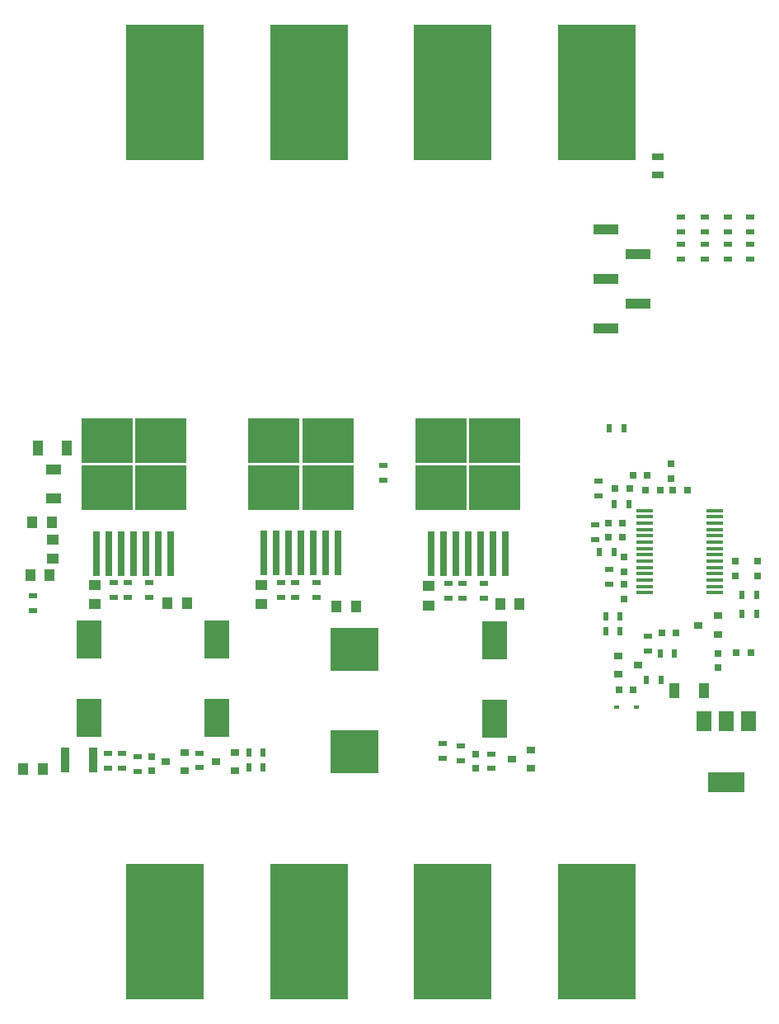
<source format=gbr>
G04 #@! TF.FileFunction,Paste,Top*
%FSLAX46Y46*%
G04 Gerber Fmt 4.6, Leading zero omitted, Abs format (unit mm)*
G04 Created by KiCad (PCBNEW 4.0.6) date 10/08/18 09:04:05*
%MOMM*%
%LPD*%
G01*
G04 APERTURE LIST*
%ADD10C,0.100000*%
%ADD11R,2.500000X4.000000*%
%ADD12R,1.000000X1.250000*%
%ADD13R,1.250000X1.000000*%
%ADD14R,1.600000X1.000000*%
%ADD15R,1.000000X1.600000*%
%ADD16R,0.800000X0.750000*%
%ADD17R,0.750000X0.800000*%
%ADD18R,0.900000X0.800000*%
%ADD19R,0.600000X0.450000*%
%ADD20R,1.750000X0.450000*%
%ADD21R,0.900000X0.500000*%
%ADD22R,0.500000X0.900000*%
%ADD23R,0.900000X2.500000*%
%ADD24R,1.300000X0.700000*%
%ADD25R,8.000000X14.000000*%
%ADD26R,0.800000X4.600000*%
%ADD27R,5.250000X4.550000*%
%ADD28R,5.000000X4.500000*%
%ADD29R,2.510000X1.000000*%
%ADD30R,3.800000X2.000000*%
%ADD31R,1.500000X2.000000*%
G04 APERTURE END LIST*
D10*
D11*
X119510000Y-108610000D03*
X119510000Y-116610000D03*
D12*
X113630000Y-96620000D03*
X115630000Y-96620000D03*
D13*
X115790000Y-98340000D03*
X115790000Y-100340000D03*
D14*
X115850000Y-94130000D03*
X115850000Y-91130000D03*
D15*
X114210000Y-88990000D03*
X117210000Y-88990000D03*
X182600000Y-113830000D03*
X179600000Y-113830000D03*
D12*
X114740000Y-121870000D03*
X112740000Y-121870000D03*
X113450000Y-102040000D03*
X115450000Y-102040000D03*
D16*
X173890000Y-113770000D03*
X175390000Y-113770000D03*
D17*
X184110000Y-110010000D03*
X184110000Y-111510000D03*
X159190000Y-121850000D03*
X159190000Y-120350000D03*
D16*
X187460000Y-109970000D03*
X185960000Y-109970000D03*
D17*
X125870000Y-120600000D03*
X125870000Y-122100000D03*
D16*
X175000000Y-93140000D03*
X173500000Y-93140000D03*
X172780000Y-96690000D03*
X174280000Y-96690000D03*
X175330000Y-91760000D03*
X176830000Y-91760000D03*
X176620000Y-93320000D03*
X178120000Y-93320000D03*
D17*
X185820000Y-102060000D03*
X185820000Y-100560000D03*
D16*
X180920000Y-93320000D03*
X179420000Y-93320000D03*
D17*
X179260000Y-90590000D03*
X179260000Y-92090000D03*
D12*
X129550000Y-104920000D03*
X127550000Y-104920000D03*
D13*
X120100000Y-105000000D03*
X120100000Y-103000000D03*
D16*
X172780000Y-98130000D03*
X174280000Y-98130000D03*
D12*
X146900000Y-105190000D03*
X144900000Y-105190000D03*
D13*
X137200000Y-105000000D03*
X137200000Y-103000000D03*
D17*
X188120000Y-102070000D03*
X188120000Y-100570000D03*
D12*
X163710000Y-104980000D03*
X161710000Y-104980000D03*
D13*
X154400000Y-105100000D03*
X154400000Y-103100000D03*
D17*
X174400000Y-104460000D03*
X174400000Y-102960000D03*
X174420000Y-101640000D03*
X174420000Y-100140000D03*
D18*
X164890000Y-121830000D03*
X164890000Y-119930000D03*
X162890000Y-120880000D03*
X184070000Y-108090000D03*
X184070000Y-106190000D03*
X182070000Y-107140000D03*
X134490000Y-122070000D03*
X134490000Y-120170000D03*
X132490000Y-121120000D03*
D19*
X175730000Y-115530000D03*
X173630000Y-115530000D03*
D20*
X176500000Y-95355000D03*
X176500000Y-96005000D03*
X176500000Y-96655000D03*
X176500000Y-97305000D03*
X176500000Y-97955000D03*
X176500000Y-98605000D03*
X176500000Y-99255000D03*
X176500000Y-99905000D03*
X176500000Y-100555000D03*
X176500000Y-101205000D03*
X176500000Y-101855000D03*
X176500000Y-102505000D03*
X176500000Y-103155000D03*
X176500000Y-103805000D03*
X183700000Y-103805000D03*
X183700000Y-103155000D03*
X183700000Y-102505000D03*
X183700000Y-101855000D03*
X183700000Y-101205000D03*
X183700000Y-100555000D03*
X183700000Y-99905000D03*
X183700000Y-99255000D03*
X183700000Y-98605000D03*
X183700000Y-97955000D03*
X183700000Y-97305000D03*
X183700000Y-96655000D03*
X183700000Y-96005000D03*
X183700000Y-95355000D03*
D21*
X155770000Y-119310000D03*
X155770000Y-120810000D03*
X113740000Y-104120000D03*
X113740000Y-105620000D03*
X124430000Y-122140000D03*
X124430000Y-120640000D03*
X176880000Y-109800000D03*
X176880000Y-108300000D03*
D22*
X178120000Y-110010000D03*
X179620000Y-110010000D03*
D23*
X119880000Y-120940000D03*
X116980000Y-120940000D03*
D21*
X130850000Y-121750000D03*
X130850000Y-120250000D03*
D22*
X137380000Y-121740000D03*
X135880000Y-121740000D03*
X137370000Y-120210000D03*
X135870000Y-120210000D03*
D21*
X121390000Y-120280000D03*
X121390000Y-121780000D03*
X122880000Y-121780000D03*
X122880000Y-120280000D03*
X157620000Y-119550000D03*
X157620000Y-121050000D03*
X160800000Y-120340000D03*
X160800000Y-121840000D03*
D22*
X176710000Y-112730000D03*
X178210000Y-112730000D03*
X173420000Y-94700000D03*
X174920000Y-94700000D03*
X172530000Y-107750000D03*
X174030000Y-107750000D03*
D21*
X149690000Y-92230000D03*
X149690000Y-90730000D03*
X171450000Y-98370000D03*
X171450000Y-96870000D03*
X125650000Y-102790000D03*
X125650000Y-104290000D03*
X187400000Y-66750000D03*
X187400000Y-65250000D03*
D22*
X172930000Y-86940000D03*
X174430000Y-86940000D03*
D21*
X187400000Y-68050000D03*
X187400000Y-69550000D03*
X122050000Y-102790000D03*
X122050000Y-104290000D03*
X123460000Y-102790000D03*
X123460000Y-104290000D03*
D22*
X171870000Y-99630000D03*
X173370000Y-99630000D03*
X188050000Y-103990000D03*
X186550000Y-103990000D03*
D21*
X142850000Y-102770000D03*
X142850000Y-104270000D03*
X185100000Y-66750000D03*
X185100000Y-65250000D03*
X180300000Y-69550000D03*
X180300000Y-68050000D03*
X185100000Y-68050000D03*
X185100000Y-69550000D03*
X139240000Y-102770000D03*
X139240000Y-104270000D03*
X140640000Y-102770000D03*
X140640000Y-104270000D03*
D22*
X186520000Y-106010000D03*
X188020000Y-106010000D03*
X172530000Y-106230000D03*
X174030000Y-106230000D03*
D21*
X160010000Y-102840000D03*
X160010000Y-104340000D03*
X182700000Y-66750000D03*
X182700000Y-65250000D03*
X180300000Y-65250000D03*
X180300000Y-66750000D03*
X182700000Y-68050000D03*
X182700000Y-69550000D03*
X156400000Y-102840000D03*
X156400000Y-104340000D03*
X157820000Y-102840000D03*
X157820000Y-104340000D03*
X172910000Y-102930000D03*
X172910000Y-101430000D03*
D24*
X177900000Y-59050000D03*
X177900000Y-60950000D03*
D21*
X171840000Y-92350000D03*
X171840000Y-93850000D03*
D16*
X179780000Y-107910000D03*
X178280000Y-107910000D03*
D18*
X129310000Y-122100000D03*
X129310000Y-120200000D03*
X127310000Y-121150000D03*
X173840000Y-110280000D03*
X173840000Y-112180000D03*
X175840000Y-111230000D03*
D25*
X156855000Y-52444845D03*
X142055000Y-52444845D03*
X127300000Y-52444845D03*
X156855000Y-138555180D03*
X171655000Y-138555180D03*
X127255000Y-138555180D03*
X142055000Y-138555180D03*
X171655000Y-52444845D03*
D11*
X161170000Y-108710000D03*
X161170000Y-116710000D03*
X132630000Y-108630000D03*
X132630000Y-116630000D03*
D26*
X154590000Y-99775000D03*
X155860000Y-99775000D03*
X157130000Y-99775000D03*
X158400000Y-99775000D03*
X159670000Y-99775000D03*
X160940000Y-99775000D03*
X162210000Y-99775000D03*
D27*
X161175000Y-88200000D03*
X155625000Y-93050000D03*
X155625000Y-88200000D03*
X161175000Y-93050000D03*
D26*
X137410000Y-99755000D03*
X138680000Y-99755000D03*
X139950000Y-99755000D03*
X141220000Y-99755000D03*
X142490000Y-99755000D03*
X143760000Y-99755000D03*
X145030000Y-99755000D03*
D27*
X143995000Y-88180000D03*
X138445000Y-93030000D03*
X138445000Y-88180000D03*
X143995000Y-93030000D03*
D26*
X120270000Y-99785000D03*
X121540000Y-99785000D03*
X122810000Y-99785000D03*
X124080000Y-99785000D03*
X125350000Y-99785000D03*
X126620000Y-99785000D03*
X127890000Y-99785000D03*
D27*
X126855000Y-88210000D03*
X121305000Y-93060000D03*
X121305000Y-88210000D03*
X126855000Y-93060000D03*
D28*
X146720000Y-120140000D03*
X146720000Y-109640000D03*
D29*
X172555000Y-66530000D03*
X172555000Y-71610000D03*
X172555000Y-76690000D03*
X175865000Y-69070000D03*
X175865000Y-74150000D03*
D30*
X184900000Y-123250000D03*
D31*
X184900000Y-116950000D03*
X182600000Y-116950000D03*
X187200000Y-116950000D03*
M02*

</source>
